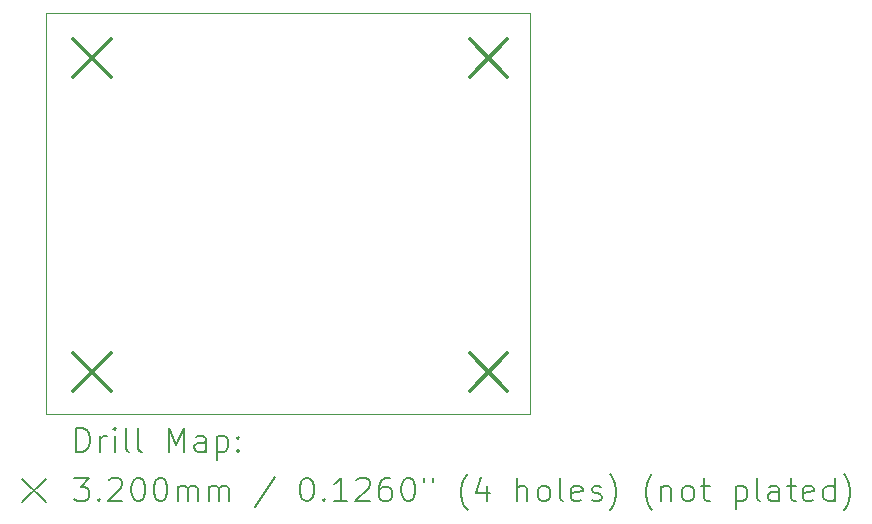
<source format=gbr>
%TF.GenerationSoftware,KiCad,Pcbnew,8.0.5*%
%TF.CreationDate,2024-09-28T14:46:47+05:30*%
%TF.ProjectId,MKM01V10,4d4b4d30-3156-4313-902e-6b696361645f,1.0*%
%TF.SameCoordinates,Original*%
%TF.FileFunction,Drillmap*%
%TF.FilePolarity,Positive*%
%FSLAX45Y45*%
G04 Gerber Fmt 4.5, Leading zero omitted, Abs format (unit mm)*
G04 Created by KiCad (PCBNEW 8.0.5) date 2024-09-28 14:46:47*
%MOMM*%
%LPD*%
G01*
G04 APERTURE LIST*
%ADD10C,0.100000*%
%ADD11C,0.200000*%
%ADD12C,0.320000*%
G04 APERTURE END LIST*
D10*
X4282000Y-2960000D02*
X8382000Y-2960000D01*
X8382000Y-6360000D01*
X4282000Y-6360000D01*
X4282000Y-2960000D01*
D11*
D12*
X4512500Y-3180000D02*
X4832500Y-3500000D01*
X4832500Y-3180000D02*
X4512500Y-3500000D01*
X4512500Y-5840000D02*
X4832500Y-6160000D01*
X4832500Y-5840000D02*
X4512500Y-6160000D01*
X7867500Y-3180000D02*
X8187500Y-3500000D01*
X8187500Y-3180000D02*
X7867500Y-3500000D01*
X7867500Y-5840000D02*
X8187500Y-6160000D01*
X8187500Y-5840000D02*
X7867500Y-6160000D01*
D11*
X4537777Y-6676484D02*
X4537777Y-6476484D01*
X4537777Y-6476484D02*
X4585396Y-6476484D01*
X4585396Y-6476484D02*
X4613967Y-6486008D01*
X4613967Y-6486008D02*
X4633015Y-6505055D01*
X4633015Y-6505055D02*
X4642539Y-6524103D01*
X4642539Y-6524103D02*
X4652063Y-6562198D01*
X4652063Y-6562198D02*
X4652063Y-6590769D01*
X4652063Y-6590769D02*
X4642539Y-6628865D01*
X4642539Y-6628865D02*
X4633015Y-6647912D01*
X4633015Y-6647912D02*
X4613967Y-6666960D01*
X4613967Y-6666960D02*
X4585396Y-6676484D01*
X4585396Y-6676484D02*
X4537777Y-6676484D01*
X4737777Y-6676484D02*
X4737777Y-6543150D01*
X4737777Y-6581246D02*
X4747301Y-6562198D01*
X4747301Y-6562198D02*
X4756824Y-6552674D01*
X4756824Y-6552674D02*
X4775872Y-6543150D01*
X4775872Y-6543150D02*
X4794920Y-6543150D01*
X4861586Y-6676484D02*
X4861586Y-6543150D01*
X4861586Y-6476484D02*
X4852063Y-6486008D01*
X4852063Y-6486008D02*
X4861586Y-6495531D01*
X4861586Y-6495531D02*
X4871110Y-6486008D01*
X4871110Y-6486008D02*
X4861586Y-6476484D01*
X4861586Y-6476484D02*
X4861586Y-6495531D01*
X4985396Y-6676484D02*
X4966348Y-6666960D01*
X4966348Y-6666960D02*
X4956824Y-6647912D01*
X4956824Y-6647912D02*
X4956824Y-6476484D01*
X5090158Y-6676484D02*
X5071110Y-6666960D01*
X5071110Y-6666960D02*
X5061586Y-6647912D01*
X5061586Y-6647912D02*
X5061586Y-6476484D01*
X5318729Y-6676484D02*
X5318729Y-6476484D01*
X5318729Y-6476484D02*
X5385396Y-6619341D01*
X5385396Y-6619341D02*
X5452063Y-6476484D01*
X5452063Y-6476484D02*
X5452063Y-6676484D01*
X5633015Y-6676484D02*
X5633015Y-6571722D01*
X5633015Y-6571722D02*
X5623491Y-6552674D01*
X5623491Y-6552674D02*
X5604443Y-6543150D01*
X5604443Y-6543150D02*
X5566348Y-6543150D01*
X5566348Y-6543150D02*
X5547301Y-6552674D01*
X5633015Y-6666960D02*
X5613967Y-6676484D01*
X5613967Y-6676484D02*
X5566348Y-6676484D01*
X5566348Y-6676484D02*
X5547301Y-6666960D01*
X5547301Y-6666960D02*
X5537777Y-6647912D01*
X5537777Y-6647912D02*
X5537777Y-6628865D01*
X5537777Y-6628865D02*
X5547301Y-6609817D01*
X5547301Y-6609817D02*
X5566348Y-6600293D01*
X5566348Y-6600293D02*
X5613967Y-6600293D01*
X5613967Y-6600293D02*
X5633015Y-6590769D01*
X5728253Y-6543150D02*
X5728253Y-6743150D01*
X5728253Y-6552674D02*
X5747301Y-6543150D01*
X5747301Y-6543150D02*
X5785396Y-6543150D01*
X5785396Y-6543150D02*
X5804443Y-6552674D01*
X5804443Y-6552674D02*
X5813967Y-6562198D01*
X5813967Y-6562198D02*
X5823491Y-6581246D01*
X5823491Y-6581246D02*
X5823491Y-6638388D01*
X5823491Y-6638388D02*
X5813967Y-6657436D01*
X5813967Y-6657436D02*
X5804443Y-6666960D01*
X5804443Y-6666960D02*
X5785396Y-6676484D01*
X5785396Y-6676484D02*
X5747301Y-6676484D01*
X5747301Y-6676484D02*
X5728253Y-6666960D01*
X5909205Y-6657436D02*
X5918729Y-6666960D01*
X5918729Y-6666960D02*
X5909205Y-6676484D01*
X5909205Y-6676484D02*
X5899682Y-6666960D01*
X5899682Y-6666960D02*
X5909205Y-6657436D01*
X5909205Y-6657436D02*
X5909205Y-6676484D01*
X5909205Y-6552674D02*
X5918729Y-6562198D01*
X5918729Y-6562198D02*
X5909205Y-6571722D01*
X5909205Y-6571722D02*
X5899682Y-6562198D01*
X5899682Y-6562198D02*
X5909205Y-6552674D01*
X5909205Y-6552674D02*
X5909205Y-6571722D01*
X4077000Y-6905000D02*
X4277000Y-7105000D01*
X4277000Y-6905000D02*
X4077000Y-7105000D01*
X4518729Y-6896484D02*
X4642539Y-6896484D01*
X4642539Y-6896484D02*
X4575872Y-6972674D01*
X4575872Y-6972674D02*
X4604444Y-6972674D01*
X4604444Y-6972674D02*
X4623491Y-6982198D01*
X4623491Y-6982198D02*
X4633015Y-6991722D01*
X4633015Y-6991722D02*
X4642539Y-7010769D01*
X4642539Y-7010769D02*
X4642539Y-7058388D01*
X4642539Y-7058388D02*
X4633015Y-7077436D01*
X4633015Y-7077436D02*
X4623491Y-7086960D01*
X4623491Y-7086960D02*
X4604444Y-7096484D01*
X4604444Y-7096484D02*
X4547301Y-7096484D01*
X4547301Y-7096484D02*
X4528253Y-7086960D01*
X4528253Y-7086960D02*
X4518729Y-7077436D01*
X4728253Y-7077436D02*
X4737777Y-7086960D01*
X4737777Y-7086960D02*
X4728253Y-7096484D01*
X4728253Y-7096484D02*
X4718729Y-7086960D01*
X4718729Y-7086960D02*
X4728253Y-7077436D01*
X4728253Y-7077436D02*
X4728253Y-7096484D01*
X4813967Y-6915531D02*
X4823491Y-6906008D01*
X4823491Y-6906008D02*
X4842539Y-6896484D01*
X4842539Y-6896484D02*
X4890158Y-6896484D01*
X4890158Y-6896484D02*
X4909205Y-6906008D01*
X4909205Y-6906008D02*
X4918729Y-6915531D01*
X4918729Y-6915531D02*
X4928253Y-6934579D01*
X4928253Y-6934579D02*
X4928253Y-6953627D01*
X4928253Y-6953627D02*
X4918729Y-6982198D01*
X4918729Y-6982198D02*
X4804444Y-7096484D01*
X4804444Y-7096484D02*
X4928253Y-7096484D01*
X5052063Y-6896484D02*
X5071110Y-6896484D01*
X5071110Y-6896484D02*
X5090158Y-6906008D01*
X5090158Y-6906008D02*
X5099682Y-6915531D01*
X5099682Y-6915531D02*
X5109205Y-6934579D01*
X5109205Y-6934579D02*
X5118729Y-6972674D01*
X5118729Y-6972674D02*
X5118729Y-7020293D01*
X5118729Y-7020293D02*
X5109205Y-7058388D01*
X5109205Y-7058388D02*
X5099682Y-7077436D01*
X5099682Y-7077436D02*
X5090158Y-7086960D01*
X5090158Y-7086960D02*
X5071110Y-7096484D01*
X5071110Y-7096484D02*
X5052063Y-7096484D01*
X5052063Y-7096484D02*
X5033015Y-7086960D01*
X5033015Y-7086960D02*
X5023491Y-7077436D01*
X5023491Y-7077436D02*
X5013967Y-7058388D01*
X5013967Y-7058388D02*
X5004444Y-7020293D01*
X5004444Y-7020293D02*
X5004444Y-6972674D01*
X5004444Y-6972674D02*
X5013967Y-6934579D01*
X5013967Y-6934579D02*
X5023491Y-6915531D01*
X5023491Y-6915531D02*
X5033015Y-6906008D01*
X5033015Y-6906008D02*
X5052063Y-6896484D01*
X5242539Y-6896484D02*
X5261586Y-6896484D01*
X5261586Y-6896484D02*
X5280634Y-6906008D01*
X5280634Y-6906008D02*
X5290158Y-6915531D01*
X5290158Y-6915531D02*
X5299682Y-6934579D01*
X5299682Y-6934579D02*
X5309205Y-6972674D01*
X5309205Y-6972674D02*
X5309205Y-7020293D01*
X5309205Y-7020293D02*
X5299682Y-7058388D01*
X5299682Y-7058388D02*
X5290158Y-7077436D01*
X5290158Y-7077436D02*
X5280634Y-7086960D01*
X5280634Y-7086960D02*
X5261586Y-7096484D01*
X5261586Y-7096484D02*
X5242539Y-7096484D01*
X5242539Y-7096484D02*
X5223491Y-7086960D01*
X5223491Y-7086960D02*
X5213967Y-7077436D01*
X5213967Y-7077436D02*
X5204444Y-7058388D01*
X5204444Y-7058388D02*
X5194920Y-7020293D01*
X5194920Y-7020293D02*
X5194920Y-6972674D01*
X5194920Y-6972674D02*
X5204444Y-6934579D01*
X5204444Y-6934579D02*
X5213967Y-6915531D01*
X5213967Y-6915531D02*
X5223491Y-6906008D01*
X5223491Y-6906008D02*
X5242539Y-6896484D01*
X5394920Y-7096484D02*
X5394920Y-6963150D01*
X5394920Y-6982198D02*
X5404444Y-6972674D01*
X5404444Y-6972674D02*
X5423491Y-6963150D01*
X5423491Y-6963150D02*
X5452063Y-6963150D01*
X5452063Y-6963150D02*
X5471110Y-6972674D01*
X5471110Y-6972674D02*
X5480634Y-6991722D01*
X5480634Y-6991722D02*
X5480634Y-7096484D01*
X5480634Y-6991722D02*
X5490158Y-6972674D01*
X5490158Y-6972674D02*
X5509205Y-6963150D01*
X5509205Y-6963150D02*
X5537777Y-6963150D01*
X5537777Y-6963150D02*
X5556825Y-6972674D01*
X5556825Y-6972674D02*
X5566348Y-6991722D01*
X5566348Y-6991722D02*
X5566348Y-7096484D01*
X5661586Y-7096484D02*
X5661586Y-6963150D01*
X5661586Y-6982198D02*
X5671110Y-6972674D01*
X5671110Y-6972674D02*
X5690158Y-6963150D01*
X5690158Y-6963150D02*
X5718729Y-6963150D01*
X5718729Y-6963150D02*
X5737777Y-6972674D01*
X5737777Y-6972674D02*
X5747301Y-6991722D01*
X5747301Y-6991722D02*
X5747301Y-7096484D01*
X5747301Y-6991722D02*
X5756824Y-6972674D01*
X5756824Y-6972674D02*
X5775872Y-6963150D01*
X5775872Y-6963150D02*
X5804443Y-6963150D01*
X5804443Y-6963150D02*
X5823491Y-6972674D01*
X5823491Y-6972674D02*
X5833015Y-6991722D01*
X5833015Y-6991722D02*
X5833015Y-7096484D01*
X6223491Y-6886960D02*
X6052063Y-7144103D01*
X6480634Y-6896484D02*
X6499682Y-6896484D01*
X6499682Y-6896484D02*
X6518729Y-6906008D01*
X6518729Y-6906008D02*
X6528253Y-6915531D01*
X6528253Y-6915531D02*
X6537777Y-6934579D01*
X6537777Y-6934579D02*
X6547301Y-6972674D01*
X6547301Y-6972674D02*
X6547301Y-7020293D01*
X6547301Y-7020293D02*
X6537777Y-7058388D01*
X6537777Y-7058388D02*
X6528253Y-7077436D01*
X6528253Y-7077436D02*
X6518729Y-7086960D01*
X6518729Y-7086960D02*
X6499682Y-7096484D01*
X6499682Y-7096484D02*
X6480634Y-7096484D01*
X6480634Y-7096484D02*
X6461586Y-7086960D01*
X6461586Y-7086960D02*
X6452063Y-7077436D01*
X6452063Y-7077436D02*
X6442539Y-7058388D01*
X6442539Y-7058388D02*
X6433015Y-7020293D01*
X6433015Y-7020293D02*
X6433015Y-6972674D01*
X6433015Y-6972674D02*
X6442539Y-6934579D01*
X6442539Y-6934579D02*
X6452063Y-6915531D01*
X6452063Y-6915531D02*
X6461586Y-6906008D01*
X6461586Y-6906008D02*
X6480634Y-6896484D01*
X6633015Y-7077436D02*
X6642539Y-7086960D01*
X6642539Y-7086960D02*
X6633015Y-7096484D01*
X6633015Y-7096484D02*
X6623491Y-7086960D01*
X6623491Y-7086960D02*
X6633015Y-7077436D01*
X6633015Y-7077436D02*
X6633015Y-7096484D01*
X6833015Y-7096484D02*
X6718729Y-7096484D01*
X6775872Y-7096484D02*
X6775872Y-6896484D01*
X6775872Y-6896484D02*
X6756825Y-6925055D01*
X6756825Y-6925055D02*
X6737777Y-6944103D01*
X6737777Y-6944103D02*
X6718729Y-6953627D01*
X6909206Y-6915531D02*
X6918729Y-6906008D01*
X6918729Y-6906008D02*
X6937777Y-6896484D01*
X6937777Y-6896484D02*
X6985396Y-6896484D01*
X6985396Y-6896484D02*
X7004444Y-6906008D01*
X7004444Y-6906008D02*
X7013967Y-6915531D01*
X7013967Y-6915531D02*
X7023491Y-6934579D01*
X7023491Y-6934579D02*
X7023491Y-6953627D01*
X7023491Y-6953627D02*
X7013967Y-6982198D01*
X7013967Y-6982198D02*
X6899682Y-7096484D01*
X6899682Y-7096484D02*
X7023491Y-7096484D01*
X7194920Y-6896484D02*
X7156825Y-6896484D01*
X7156825Y-6896484D02*
X7137777Y-6906008D01*
X7137777Y-6906008D02*
X7128253Y-6915531D01*
X7128253Y-6915531D02*
X7109206Y-6944103D01*
X7109206Y-6944103D02*
X7099682Y-6982198D01*
X7099682Y-6982198D02*
X7099682Y-7058388D01*
X7099682Y-7058388D02*
X7109206Y-7077436D01*
X7109206Y-7077436D02*
X7118729Y-7086960D01*
X7118729Y-7086960D02*
X7137777Y-7096484D01*
X7137777Y-7096484D02*
X7175872Y-7096484D01*
X7175872Y-7096484D02*
X7194920Y-7086960D01*
X7194920Y-7086960D02*
X7204444Y-7077436D01*
X7204444Y-7077436D02*
X7213967Y-7058388D01*
X7213967Y-7058388D02*
X7213967Y-7010769D01*
X7213967Y-7010769D02*
X7204444Y-6991722D01*
X7204444Y-6991722D02*
X7194920Y-6982198D01*
X7194920Y-6982198D02*
X7175872Y-6972674D01*
X7175872Y-6972674D02*
X7137777Y-6972674D01*
X7137777Y-6972674D02*
X7118729Y-6982198D01*
X7118729Y-6982198D02*
X7109206Y-6991722D01*
X7109206Y-6991722D02*
X7099682Y-7010769D01*
X7337777Y-6896484D02*
X7356825Y-6896484D01*
X7356825Y-6896484D02*
X7375872Y-6906008D01*
X7375872Y-6906008D02*
X7385396Y-6915531D01*
X7385396Y-6915531D02*
X7394920Y-6934579D01*
X7394920Y-6934579D02*
X7404444Y-6972674D01*
X7404444Y-6972674D02*
X7404444Y-7020293D01*
X7404444Y-7020293D02*
X7394920Y-7058388D01*
X7394920Y-7058388D02*
X7385396Y-7077436D01*
X7385396Y-7077436D02*
X7375872Y-7086960D01*
X7375872Y-7086960D02*
X7356825Y-7096484D01*
X7356825Y-7096484D02*
X7337777Y-7096484D01*
X7337777Y-7096484D02*
X7318729Y-7086960D01*
X7318729Y-7086960D02*
X7309206Y-7077436D01*
X7309206Y-7077436D02*
X7299682Y-7058388D01*
X7299682Y-7058388D02*
X7290158Y-7020293D01*
X7290158Y-7020293D02*
X7290158Y-6972674D01*
X7290158Y-6972674D02*
X7299682Y-6934579D01*
X7299682Y-6934579D02*
X7309206Y-6915531D01*
X7309206Y-6915531D02*
X7318729Y-6906008D01*
X7318729Y-6906008D02*
X7337777Y-6896484D01*
X7480634Y-6896484D02*
X7480634Y-6934579D01*
X7556825Y-6896484D02*
X7556825Y-6934579D01*
X7852063Y-7172674D02*
X7842539Y-7163150D01*
X7842539Y-7163150D02*
X7823491Y-7134579D01*
X7823491Y-7134579D02*
X7813968Y-7115531D01*
X7813968Y-7115531D02*
X7804444Y-7086960D01*
X7804444Y-7086960D02*
X7794920Y-7039341D01*
X7794920Y-7039341D02*
X7794920Y-7001246D01*
X7794920Y-7001246D02*
X7804444Y-6953627D01*
X7804444Y-6953627D02*
X7813968Y-6925055D01*
X7813968Y-6925055D02*
X7823491Y-6906008D01*
X7823491Y-6906008D02*
X7842539Y-6877436D01*
X7842539Y-6877436D02*
X7852063Y-6867912D01*
X8013968Y-6963150D02*
X8013968Y-7096484D01*
X7966348Y-6886960D02*
X7918729Y-7029817D01*
X7918729Y-7029817D02*
X8042539Y-7029817D01*
X8271110Y-7096484D02*
X8271110Y-6896484D01*
X8356825Y-7096484D02*
X8356825Y-6991722D01*
X8356825Y-6991722D02*
X8347301Y-6972674D01*
X8347301Y-6972674D02*
X8328253Y-6963150D01*
X8328253Y-6963150D02*
X8299682Y-6963150D01*
X8299682Y-6963150D02*
X8280634Y-6972674D01*
X8280634Y-6972674D02*
X8271110Y-6982198D01*
X8480634Y-7096484D02*
X8461587Y-7086960D01*
X8461587Y-7086960D02*
X8452063Y-7077436D01*
X8452063Y-7077436D02*
X8442539Y-7058388D01*
X8442539Y-7058388D02*
X8442539Y-7001246D01*
X8442539Y-7001246D02*
X8452063Y-6982198D01*
X8452063Y-6982198D02*
X8461587Y-6972674D01*
X8461587Y-6972674D02*
X8480634Y-6963150D01*
X8480634Y-6963150D02*
X8509206Y-6963150D01*
X8509206Y-6963150D02*
X8528253Y-6972674D01*
X8528253Y-6972674D02*
X8537777Y-6982198D01*
X8537777Y-6982198D02*
X8547301Y-7001246D01*
X8547301Y-7001246D02*
X8547301Y-7058388D01*
X8547301Y-7058388D02*
X8537777Y-7077436D01*
X8537777Y-7077436D02*
X8528253Y-7086960D01*
X8528253Y-7086960D02*
X8509206Y-7096484D01*
X8509206Y-7096484D02*
X8480634Y-7096484D01*
X8661587Y-7096484D02*
X8642539Y-7086960D01*
X8642539Y-7086960D02*
X8633015Y-7067912D01*
X8633015Y-7067912D02*
X8633015Y-6896484D01*
X8813968Y-7086960D02*
X8794920Y-7096484D01*
X8794920Y-7096484D02*
X8756825Y-7096484D01*
X8756825Y-7096484D02*
X8737777Y-7086960D01*
X8737777Y-7086960D02*
X8728253Y-7067912D01*
X8728253Y-7067912D02*
X8728253Y-6991722D01*
X8728253Y-6991722D02*
X8737777Y-6972674D01*
X8737777Y-6972674D02*
X8756825Y-6963150D01*
X8756825Y-6963150D02*
X8794920Y-6963150D01*
X8794920Y-6963150D02*
X8813968Y-6972674D01*
X8813968Y-6972674D02*
X8823492Y-6991722D01*
X8823492Y-6991722D02*
X8823492Y-7010769D01*
X8823492Y-7010769D02*
X8728253Y-7029817D01*
X8899682Y-7086960D02*
X8918730Y-7096484D01*
X8918730Y-7096484D02*
X8956825Y-7096484D01*
X8956825Y-7096484D02*
X8975873Y-7086960D01*
X8975873Y-7086960D02*
X8985396Y-7067912D01*
X8985396Y-7067912D02*
X8985396Y-7058388D01*
X8985396Y-7058388D02*
X8975873Y-7039341D01*
X8975873Y-7039341D02*
X8956825Y-7029817D01*
X8956825Y-7029817D02*
X8928253Y-7029817D01*
X8928253Y-7029817D02*
X8909206Y-7020293D01*
X8909206Y-7020293D02*
X8899682Y-7001246D01*
X8899682Y-7001246D02*
X8899682Y-6991722D01*
X8899682Y-6991722D02*
X8909206Y-6972674D01*
X8909206Y-6972674D02*
X8928253Y-6963150D01*
X8928253Y-6963150D02*
X8956825Y-6963150D01*
X8956825Y-6963150D02*
X8975873Y-6972674D01*
X9052063Y-7172674D02*
X9061587Y-7163150D01*
X9061587Y-7163150D02*
X9080634Y-7134579D01*
X9080634Y-7134579D02*
X9090158Y-7115531D01*
X9090158Y-7115531D02*
X9099682Y-7086960D01*
X9099682Y-7086960D02*
X9109206Y-7039341D01*
X9109206Y-7039341D02*
X9109206Y-7001246D01*
X9109206Y-7001246D02*
X9099682Y-6953627D01*
X9099682Y-6953627D02*
X9090158Y-6925055D01*
X9090158Y-6925055D02*
X9080634Y-6906008D01*
X9080634Y-6906008D02*
X9061587Y-6877436D01*
X9061587Y-6877436D02*
X9052063Y-6867912D01*
X9413968Y-7172674D02*
X9404444Y-7163150D01*
X9404444Y-7163150D02*
X9385396Y-7134579D01*
X9385396Y-7134579D02*
X9375873Y-7115531D01*
X9375873Y-7115531D02*
X9366349Y-7086960D01*
X9366349Y-7086960D02*
X9356825Y-7039341D01*
X9356825Y-7039341D02*
X9356825Y-7001246D01*
X9356825Y-7001246D02*
X9366349Y-6953627D01*
X9366349Y-6953627D02*
X9375873Y-6925055D01*
X9375873Y-6925055D02*
X9385396Y-6906008D01*
X9385396Y-6906008D02*
X9404444Y-6877436D01*
X9404444Y-6877436D02*
X9413968Y-6867912D01*
X9490158Y-6963150D02*
X9490158Y-7096484D01*
X9490158Y-6982198D02*
X9499682Y-6972674D01*
X9499682Y-6972674D02*
X9518730Y-6963150D01*
X9518730Y-6963150D02*
X9547301Y-6963150D01*
X9547301Y-6963150D02*
X9566349Y-6972674D01*
X9566349Y-6972674D02*
X9575873Y-6991722D01*
X9575873Y-6991722D02*
X9575873Y-7096484D01*
X9699682Y-7096484D02*
X9680634Y-7086960D01*
X9680634Y-7086960D02*
X9671111Y-7077436D01*
X9671111Y-7077436D02*
X9661587Y-7058388D01*
X9661587Y-7058388D02*
X9661587Y-7001246D01*
X9661587Y-7001246D02*
X9671111Y-6982198D01*
X9671111Y-6982198D02*
X9680634Y-6972674D01*
X9680634Y-6972674D02*
X9699682Y-6963150D01*
X9699682Y-6963150D02*
X9728254Y-6963150D01*
X9728254Y-6963150D02*
X9747301Y-6972674D01*
X9747301Y-6972674D02*
X9756825Y-6982198D01*
X9756825Y-6982198D02*
X9766349Y-7001246D01*
X9766349Y-7001246D02*
X9766349Y-7058388D01*
X9766349Y-7058388D02*
X9756825Y-7077436D01*
X9756825Y-7077436D02*
X9747301Y-7086960D01*
X9747301Y-7086960D02*
X9728254Y-7096484D01*
X9728254Y-7096484D02*
X9699682Y-7096484D01*
X9823492Y-6963150D02*
X9899682Y-6963150D01*
X9852063Y-6896484D02*
X9852063Y-7067912D01*
X9852063Y-7067912D02*
X9861587Y-7086960D01*
X9861587Y-7086960D02*
X9880634Y-7096484D01*
X9880634Y-7096484D02*
X9899682Y-7096484D01*
X10118730Y-6963150D02*
X10118730Y-7163150D01*
X10118730Y-6972674D02*
X10137777Y-6963150D01*
X10137777Y-6963150D02*
X10175873Y-6963150D01*
X10175873Y-6963150D02*
X10194920Y-6972674D01*
X10194920Y-6972674D02*
X10204444Y-6982198D01*
X10204444Y-6982198D02*
X10213968Y-7001246D01*
X10213968Y-7001246D02*
X10213968Y-7058388D01*
X10213968Y-7058388D02*
X10204444Y-7077436D01*
X10204444Y-7077436D02*
X10194920Y-7086960D01*
X10194920Y-7086960D02*
X10175873Y-7096484D01*
X10175873Y-7096484D02*
X10137777Y-7096484D01*
X10137777Y-7096484D02*
X10118730Y-7086960D01*
X10328254Y-7096484D02*
X10309206Y-7086960D01*
X10309206Y-7086960D02*
X10299682Y-7067912D01*
X10299682Y-7067912D02*
X10299682Y-6896484D01*
X10490158Y-7096484D02*
X10490158Y-6991722D01*
X10490158Y-6991722D02*
X10480635Y-6972674D01*
X10480635Y-6972674D02*
X10461587Y-6963150D01*
X10461587Y-6963150D02*
X10423492Y-6963150D01*
X10423492Y-6963150D02*
X10404444Y-6972674D01*
X10490158Y-7086960D02*
X10471111Y-7096484D01*
X10471111Y-7096484D02*
X10423492Y-7096484D01*
X10423492Y-7096484D02*
X10404444Y-7086960D01*
X10404444Y-7086960D02*
X10394920Y-7067912D01*
X10394920Y-7067912D02*
X10394920Y-7048865D01*
X10394920Y-7048865D02*
X10404444Y-7029817D01*
X10404444Y-7029817D02*
X10423492Y-7020293D01*
X10423492Y-7020293D02*
X10471111Y-7020293D01*
X10471111Y-7020293D02*
X10490158Y-7010769D01*
X10556825Y-6963150D02*
X10633015Y-6963150D01*
X10585396Y-6896484D02*
X10585396Y-7067912D01*
X10585396Y-7067912D02*
X10594920Y-7086960D01*
X10594920Y-7086960D02*
X10613968Y-7096484D01*
X10613968Y-7096484D02*
X10633015Y-7096484D01*
X10775873Y-7086960D02*
X10756825Y-7096484D01*
X10756825Y-7096484D02*
X10718730Y-7096484D01*
X10718730Y-7096484D02*
X10699682Y-7086960D01*
X10699682Y-7086960D02*
X10690158Y-7067912D01*
X10690158Y-7067912D02*
X10690158Y-6991722D01*
X10690158Y-6991722D02*
X10699682Y-6972674D01*
X10699682Y-6972674D02*
X10718730Y-6963150D01*
X10718730Y-6963150D02*
X10756825Y-6963150D01*
X10756825Y-6963150D02*
X10775873Y-6972674D01*
X10775873Y-6972674D02*
X10785396Y-6991722D01*
X10785396Y-6991722D02*
X10785396Y-7010769D01*
X10785396Y-7010769D02*
X10690158Y-7029817D01*
X10956825Y-7096484D02*
X10956825Y-6896484D01*
X10956825Y-7086960D02*
X10937777Y-7096484D01*
X10937777Y-7096484D02*
X10899682Y-7096484D01*
X10899682Y-7096484D02*
X10880635Y-7086960D01*
X10880635Y-7086960D02*
X10871111Y-7077436D01*
X10871111Y-7077436D02*
X10861587Y-7058388D01*
X10861587Y-7058388D02*
X10861587Y-7001246D01*
X10861587Y-7001246D02*
X10871111Y-6982198D01*
X10871111Y-6982198D02*
X10880635Y-6972674D01*
X10880635Y-6972674D02*
X10899682Y-6963150D01*
X10899682Y-6963150D02*
X10937777Y-6963150D01*
X10937777Y-6963150D02*
X10956825Y-6972674D01*
X11033016Y-7172674D02*
X11042539Y-7163150D01*
X11042539Y-7163150D02*
X11061587Y-7134579D01*
X11061587Y-7134579D02*
X11071111Y-7115531D01*
X11071111Y-7115531D02*
X11080635Y-7086960D01*
X11080635Y-7086960D02*
X11090158Y-7039341D01*
X11090158Y-7039341D02*
X11090158Y-7001246D01*
X11090158Y-7001246D02*
X11080635Y-6953627D01*
X11080635Y-6953627D02*
X11071111Y-6925055D01*
X11071111Y-6925055D02*
X11061587Y-6906008D01*
X11061587Y-6906008D02*
X11042539Y-6877436D01*
X11042539Y-6877436D02*
X11033016Y-6867912D01*
M02*

</source>
